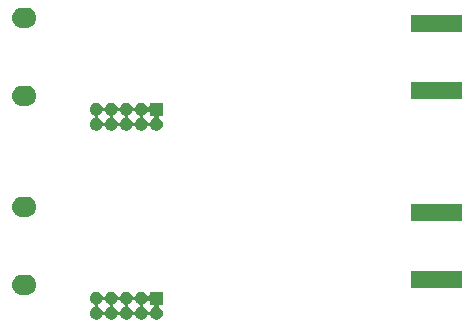
<source format=gbr>
G04 #@! TF.GenerationSoftware,KiCad,Pcbnew,(5.1.5)-3*
G04 #@! TF.CreationDate,2020-05-21T23:45:33+02:00*
G04 #@! TF.ProjectId,STRF_Panel,53545246-5f50-4616-9e65-6c2e6b696361,rev?*
G04 #@! TF.SameCoordinates,Original*
G04 #@! TF.FileFunction,Soldermask,Bot*
G04 #@! TF.FilePolarity,Negative*
%FSLAX46Y46*%
G04 Gerber Fmt 4.6, Leading zero omitted, Abs format (unit mm)*
G04 Created by KiCad (PCBNEW (5.1.5)-3) date 2020-05-21 23:45:33*
%MOMM*%
%LPD*%
G04 APERTURE LIST*
%ADD10C,0.100000*%
G04 APERTURE END LIST*
D10*
G36*
X28950721Y-54400174D02*
G01*
X29050995Y-54441709D01*
X29050996Y-54441710D01*
X29141242Y-54502010D01*
X29217990Y-54578758D01*
X29225518Y-54590025D01*
X29278291Y-54669005D01*
X29309516Y-54744389D01*
X29321067Y-54766000D01*
X29336612Y-54784941D01*
X29355554Y-54800487D01*
X29377165Y-54812038D01*
X29400614Y-54819151D01*
X29425000Y-54821553D01*
X29449386Y-54819151D01*
X29472835Y-54812038D01*
X29494446Y-54800487D01*
X29513387Y-54784942D01*
X29528933Y-54766000D01*
X29540484Y-54744389D01*
X29571709Y-54669005D01*
X29624482Y-54590025D01*
X29632010Y-54578758D01*
X29708758Y-54502010D01*
X29799004Y-54441710D01*
X29799005Y-54441709D01*
X29899279Y-54400174D01*
X30005730Y-54379000D01*
X30114270Y-54379000D01*
X30220721Y-54400174D01*
X30320995Y-54441709D01*
X30320996Y-54441710D01*
X30411242Y-54502010D01*
X30487990Y-54578758D01*
X30495518Y-54590025D01*
X30548291Y-54669005D01*
X30579516Y-54744389D01*
X30591067Y-54766000D01*
X30606612Y-54784941D01*
X30625554Y-54800487D01*
X30647165Y-54812038D01*
X30670614Y-54819151D01*
X30695000Y-54821553D01*
X30719386Y-54819151D01*
X30742835Y-54812038D01*
X30764446Y-54800487D01*
X30783387Y-54784942D01*
X30798933Y-54766000D01*
X30810484Y-54744389D01*
X30841709Y-54669005D01*
X30894482Y-54590025D01*
X30902010Y-54578758D01*
X30978758Y-54502010D01*
X31069004Y-54441710D01*
X31069005Y-54441709D01*
X31169279Y-54400174D01*
X31275730Y-54379000D01*
X31384270Y-54379000D01*
X31490721Y-54400174D01*
X31590995Y-54441709D01*
X31590996Y-54441710D01*
X31681242Y-54502010D01*
X31757990Y-54578758D01*
X31765518Y-54590025D01*
X31818291Y-54669005D01*
X31849516Y-54744389D01*
X31861067Y-54766000D01*
X31876612Y-54784941D01*
X31895554Y-54800487D01*
X31917165Y-54812038D01*
X31940614Y-54819151D01*
X31965000Y-54821553D01*
X31989386Y-54819151D01*
X32012835Y-54812038D01*
X32034446Y-54800487D01*
X32053387Y-54784942D01*
X32068933Y-54766000D01*
X32080484Y-54744389D01*
X32111709Y-54669005D01*
X32164482Y-54590025D01*
X32172010Y-54578758D01*
X32248758Y-54502010D01*
X32339004Y-54441710D01*
X32339005Y-54441709D01*
X32439279Y-54400174D01*
X32545730Y-54379000D01*
X32654270Y-54379000D01*
X32760721Y-54400174D01*
X32860995Y-54441709D01*
X32860996Y-54441710D01*
X32951242Y-54502010D01*
X33027990Y-54578758D01*
X33035518Y-54590025D01*
X33090068Y-54671664D01*
X33105614Y-54690606D01*
X33124556Y-54706151D01*
X33146167Y-54717702D01*
X33169615Y-54724815D01*
X33194002Y-54727217D01*
X33218388Y-54724815D01*
X33241837Y-54717702D01*
X33263447Y-54706151D01*
X33282389Y-54690605D01*
X33297934Y-54671663D01*
X33309485Y-54650052D01*
X33316598Y-54626604D01*
X33319000Y-54602218D01*
X33319000Y-54379000D01*
X34421000Y-54379000D01*
X34421000Y-55481000D01*
X34197782Y-55481000D01*
X34173396Y-55483402D01*
X34149947Y-55490515D01*
X34128336Y-55502066D01*
X34109394Y-55517611D01*
X34093849Y-55536553D01*
X34082298Y-55558164D01*
X34075185Y-55581613D01*
X34072783Y-55605999D01*
X34075185Y-55630385D01*
X34082298Y-55653834D01*
X34093849Y-55675445D01*
X34109394Y-55694387D01*
X34128336Y-55709932D01*
X34189816Y-55751012D01*
X34221242Y-55772010D01*
X34297990Y-55848758D01*
X34297991Y-55848760D01*
X34358291Y-55939005D01*
X34399826Y-56039279D01*
X34421000Y-56145730D01*
X34421000Y-56254270D01*
X34399826Y-56360721D01*
X34358291Y-56460995D01*
X34358290Y-56460996D01*
X34297990Y-56551242D01*
X34221242Y-56627990D01*
X34175812Y-56658345D01*
X34130995Y-56688291D01*
X34030721Y-56729826D01*
X33924270Y-56751000D01*
X33815730Y-56751000D01*
X33709279Y-56729826D01*
X33609005Y-56688291D01*
X33564188Y-56658345D01*
X33518758Y-56627990D01*
X33442010Y-56551242D01*
X33381710Y-56460996D01*
X33381709Y-56460995D01*
X33350484Y-56385611D01*
X33338933Y-56364000D01*
X33323388Y-56345059D01*
X33304446Y-56329513D01*
X33282835Y-56317962D01*
X33259386Y-56310849D01*
X33235000Y-56308447D01*
X33210614Y-56310849D01*
X33187165Y-56317962D01*
X33165554Y-56329513D01*
X33146613Y-56345058D01*
X33131067Y-56364000D01*
X33119516Y-56385611D01*
X33088291Y-56460995D01*
X33088290Y-56460996D01*
X33027990Y-56551242D01*
X32951242Y-56627990D01*
X32905812Y-56658345D01*
X32860995Y-56688291D01*
X32760721Y-56729826D01*
X32654270Y-56751000D01*
X32545730Y-56751000D01*
X32439279Y-56729826D01*
X32339005Y-56688291D01*
X32294188Y-56658345D01*
X32248758Y-56627990D01*
X32172010Y-56551242D01*
X32111710Y-56460996D01*
X32111709Y-56460995D01*
X32080484Y-56385611D01*
X32068933Y-56364000D01*
X32053388Y-56345059D01*
X32034446Y-56329513D01*
X32012835Y-56317962D01*
X31989386Y-56310849D01*
X31965000Y-56308447D01*
X31940614Y-56310849D01*
X31917165Y-56317962D01*
X31895554Y-56329513D01*
X31876613Y-56345058D01*
X31861067Y-56364000D01*
X31849516Y-56385611D01*
X31818291Y-56460995D01*
X31818290Y-56460996D01*
X31757990Y-56551242D01*
X31681242Y-56627990D01*
X31635812Y-56658345D01*
X31590995Y-56688291D01*
X31490721Y-56729826D01*
X31384270Y-56751000D01*
X31275730Y-56751000D01*
X31169279Y-56729826D01*
X31069005Y-56688291D01*
X31024188Y-56658345D01*
X30978758Y-56627990D01*
X30902010Y-56551242D01*
X30841710Y-56460996D01*
X30841709Y-56460995D01*
X30810484Y-56385611D01*
X30798933Y-56364000D01*
X30783388Y-56345059D01*
X30764446Y-56329513D01*
X30742835Y-56317962D01*
X30719386Y-56310849D01*
X30695000Y-56308447D01*
X30670614Y-56310849D01*
X30647165Y-56317962D01*
X30625554Y-56329513D01*
X30606613Y-56345058D01*
X30591067Y-56364000D01*
X30579516Y-56385611D01*
X30548291Y-56460995D01*
X30548290Y-56460996D01*
X30487990Y-56551242D01*
X30411242Y-56627990D01*
X30365812Y-56658345D01*
X30320995Y-56688291D01*
X30220721Y-56729826D01*
X30114270Y-56751000D01*
X30005730Y-56751000D01*
X29899279Y-56729826D01*
X29799005Y-56688291D01*
X29754188Y-56658345D01*
X29708758Y-56627990D01*
X29632010Y-56551242D01*
X29571710Y-56460996D01*
X29571709Y-56460995D01*
X29540484Y-56385611D01*
X29528933Y-56364000D01*
X29513388Y-56345059D01*
X29494446Y-56329513D01*
X29472835Y-56317962D01*
X29449386Y-56310849D01*
X29425000Y-56308447D01*
X29400614Y-56310849D01*
X29377165Y-56317962D01*
X29355554Y-56329513D01*
X29336613Y-56345058D01*
X29321067Y-56364000D01*
X29309516Y-56385611D01*
X29278291Y-56460995D01*
X29278290Y-56460996D01*
X29217990Y-56551242D01*
X29141242Y-56627990D01*
X29095812Y-56658345D01*
X29050995Y-56688291D01*
X28950721Y-56729826D01*
X28844270Y-56751000D01*
X28735730Y-56751000D01*
X28629279Y-56729826D01*
X28529005Y-56688291D01*
X28484188Y-56658345D01*
X28438758Y-56627990D01*
X28362010Y-56551242D01*
X28301710Y-56460996D01*
X28301709Y-56460995D01*
X28260174Y-56360721D01*
X28239000Y-56254270D01*
X28239000Y-56145730D01*
X28260174Y-56039279D01*
X28301709Y-55939005D01*
X28362009Y-55848760D01*
X28362010Y-55848758D01*
X28438758Y-55772010D01*
X28529004Y-55711710D01*
X28529005Y-55711709D01*
X28604389Y-55680484D01*
X28626000Y-55668933D01*
X28644941Y-55653388D01*
X28660487Y-55634446D01*
X28672038Y-55612835D01*
X28679151Y-55589386D01*
X28681553Y-55565000D01*
X28898447Y-55565000D01*
X28900849Y-55589386D01*
X28907962Y-55612835D01*
X28919513Y-55634446D01*
X28935058Y-55653387D01*
X28954000Y-55668933D01*
X28975611Y-55680484D01*
X29050995Y-55711709D01*
X29050996Y-55711710D01*
X29141242Y-55772010D01*
X29217990Y-55848758D01*
X29217991Y-55848760D01*
X29278291Y-55939005D01*
X29309516Y-56014389D01*
X29321067Y-56036000D01*
X29336612Y-56054941D01*
X29355554Y-56070487D01*
X29377165Y-56082038D01*
X29400614Y-56089151D01*
X29425000Y-56091553D01*
X29449386Y-56089151D01*
X29472835Y-56082038D01*
X29494446Y-56070487D01*
X29513387Y-56054942D01*
X29528933Y-56036000D01*
X29540484Y-56014389D01*
X29571709Y-55939005D01*
X29632009Y-55848760D01*
X29632010Y-55848758D01*
X29708758Y-55772010D01*
X29799004Y-55711710D01*
X29799005Y-55711709D01*
X29874389Y-55680484D01*
X29896000Y-55668933D01*
X29914941Y-55653388D01*
X29930487Y-55634446D01*
X29942038Y-55612835D01*
X29949151Y-55589386D01*
X29951553Y-55565000D01*
X30168447Y-55565000D01*
X30170849Y-55589386D01*
X30177962Y-55612835D01*
X30189513Y-55634446D01*
X30205058Y-55653387D01*
X30224000Y-55668933D01*
X30245611Y-55680484D01*
X30320995Y-55711709D01*
X30320996Y-55711710D01*
X30411242Y-55772010D01*
X30487990Y-55848758D01*
X30487991Y-55848760D01*
X30548291Y-55939005D01*
X30579516Y-56014389D01*
X30591067Y-56036000D01*
X30606612Y-56054941D01*
X30625554Y-56070487D01*
X30647165Y-56082038D01*
X30670614Y-56089151D01*
X30695000Y-56091553D01*
X30719386Y-56089151D01*
X30742835Y-56082038D01*
X30764446Y-56070487D01*
X30783387Y-56054942D01*
X30798933Y-56036000D01*
X30810484Y-56014389D01*
X30841709Y-55939005D01*
X30902009Y-55848760D01*
X30902010Y-55848758D01*
X30978758Y-55772010D01*
X31069004Y-55711710D01*
X31069005Y-55711709D01*
X31144389Y-55680484D01*
X31166000Y-55668933D01*
X31184941Y-55653388D01*
X31200487Y-55634446D01*
X31212038Y-55612835D01*
X31219151Y-55589386D01*
X31221553Y-55565000D01*
X31438447Y-55565000D01*
X31440849Y-55589386D01*
X31447962Y-55612835D01*
X31459513Y-55634446D01*
X31475058Y-55653387D01*
X31494000Y-55668933D01*
X31515611Y-55680484D01*
X31590995Y-55711709D01*
X31590996Y-55711710D01*
X31681242Y-55772010D01*
X31757990Y-55848758D01*
X31757991Y-55848760D01*
X31818291Y-55939005D01*
X31849516Y-56014389D01*
X31861067Y-56036000D01*
X31876612Y-56054941D01*
X31895554Y-56070487D01*
X31917165Y-56082038D01*
X31940614Y-56089151D01*
X31965000Y-56091553D01*
X31989386Y-56089151D01*
X32012835Y-56082038D01*
X32034446Y-56070487D01*
X32053387Y-56054942D01*
X32068933Y-56036000D01*
X32080484Y-56014389D01*
X32111709Y-55939005D01*
X32172009Y-55848760D01*
X32172010Y-55848758D01*
X32248758Y-55772010D01*
X32339004Y-55711710D01*
X32339005Y-55711709D01*
X32414389Y-55680484D01*
X32436000Y-55668933D01*
X32454941Y-55653388D01*
X32470487Y-55634446D01*
X32482038Y-55612835D01*
X32489151Y-55589386D01*
X32491553Y-55565000D01*
X32708447Y-55565000D01*
X32710849Y-55589386D01*
X32717962Y-55612835D01*
X32729513Y-55634446D01*
X32745058Y-55653387D01*
X32764000Y-55668933D01*
X32785611Y-55680484D01*
X32860995Y-55711709D01*
X32860996Y-55711710D01*
X32951242Y-55772010D01*
X33027990Y-55848758D01*
X33027991Y-55848760D01*
X33088291Y-55939005D01*
X33119516Y-56014389D01*
X33131067Y-56036000D01*
X33146612Y-56054941D01*
X33165554Y-56070487D01*
X33187165Y-56082038D01*
X33210614Y-56089151D01*
X33235000Y-56091553D01*
X33259386Y-56089151D01*
X33282835Y-56082038D01*
X33304446Y-56070487D01*
X33323387Y-56054942D01*
X33338933Y-56036000D01*
X33350484Y-56014389D01*
X33381709Y-55939005D01*
X33442009Y-55848760D01*
X33442010Y-55848758D01*
X33518758Y-55772010D01*
X33550184Y-55751012D01*
X33611664Y-55709932D01*
X33630606Y-55694386D01*
X33646151Y-55675444D01*
X33657702Y-55653833D01*
X33664815Y-55630385D01*
X33667217Y-55605998D01*
X33664815Y-55581612D01*
X33657702Y-55558163D01*
X33646151Y-55536553D01*
X33630605Y-55517611D01*
X33611663Y-55502066D01*
X33590052Y-55490515D01*
X33566604Y-55483402D01*
X33542218Y-55481000D01*
X33319000Y-55481000D01*
X33319000Y-55257782D01*
X33316598Y-55233396D01*
X33309485Y-55209947D01*
X33297934Y-55188336D01*
X33282389Y-55169394D01*
X33263447Y-55153849D01*
X33241836Y-55142298D01*
X33218387Y-55135185D01*
X33194001Y-55132783D01*
X33169615Y-55135185D01*
X33146166Y-55142298D01*
X33124555Y-55153849D01*
X33105613Y-55169394D01*
X33090068Y-55188336D01*
X33048988Y-55249816D01*
X33027990Y-55281242D01*
X32951242Y-55357990D01*
X32905812Y-55388345D01*
X32860995Y-55418291D01*
X32785611Y-55449516D01*
X32764000Y-55461067D01*
X32745059Y-55476612D01*
X32729513Y-55495554D01*
X32717962Y-55517165D01*
X32710849Y-55540614D01*
X32708447Y-55565000D01*
X32491553Y-55565000D01*
X32489151Y-55540614D01*
X32482038Y-55517165D01*
X32470487Y-55495554D01*
X32454942Y-55476613D01*
X32436000Y-55461067D01*
X32414389Y-55449516D01*
X32339005Y-55418291D01*
X32294188Y-55388345D01*
X32248758Y-55357990D01*
X32172010Y-55281242D01*
X32140041Y-55233396D01*
X32111709Y-55190995D01*
X32080484Y-55115611D01*
X32068933Y-55094000D01*
X32053388Y-55075059D01*
X32034446Y-55059513D01*
X32012835Y-55047962D01*
X31989386Y-55040849D01*
X31965000Y-55038447D01*
X31940614Y-55040849D01*
X31917165Y-55047962D01*
X31895554Y-55059513D01*
X31876613Y-55075058D01*
X31861067Y-55094000D01*
X31849516Y-55115611D01*
X31818291Y-55190995D01*
X31789959Y-55233396D01*
X31757990Y-55281242D01*
X31681242Y-55357990D01*
X31635812Y-55388345D01*
X31590995Y-55418291D01*
X31515611Y-55449516D01*
X31494000Y-55461067D01*
X31475059Y-55476612D01*
X31459513Y-55495554D01*
X31447962Y-55517165D01*
X31440849Y-55540614D01*
X31438447Y-55565000D01*
X31221553Y-55565000D01*
X31219151Y-55540614D01*
X31212038Y-55517165D01*
X31200487Y-55495554D01*
X31184942Y-55476613D01*
X31166000Y-55461067D01*
X31144389Y-55449516D01*
X31069005Y-55418291D01*
X31024188Y-55388345D01*
X30978758Y-55357990D01*
X30902010Y-55281242D01*
X30870041Y-55233396D01*
X30841709Y-55190995D01*
X30810484Y-55115611D01*
X30798933Y-55094000D01*
X30783388Y-55075059D01*
X30764446Y-55059513D01*
X30742835Y-55047962D01*
X30719386Y-55040849D01*
X30695000Y-55038447D01*
X30670614Y-55040849D01*
X30647165Y-55047962D01*
X30625554Y-55059513D01*
X30606613Y-55075058D01*
X30591067Y-55094000D01*
X30579516Y-55115611D01*
X30548291Y-55190995D01*
X30519959Y-55233396D01*
X30487990Y-55281242D01*
X30411242Y-55357990D01*
X30365812Y-55388345D01*
X30320995Y-55418291D01*
X30245611Y-55449516D01*
X30224000Y-55461067D01*
X30205059Y-55476612D01*
X30189513Y-55495554D01*
X30177962Y-55517165D01*
X30170849Y-55540614D01*
X30168447Y-55565000D01*
X29951553Y-55565000D01*
X29949151Y-55540614D01*
X29942038Y-55517165D01*
X29930487Y-55495554D01*
X29914942Y-55476613D01*
X29896000Y-55461067D01*
X29874389Y-55449516D01*
X29799005Y-55418291D01*
X29754188Y-55388345D01*
X29708758Y-55357990D01*
X29632010Y-55281242D01*
X29600041Y-55233396D01*
X29571709Y-55190995D01*
X29540484Y-55115611D01*
X29528933Y-55094000D01*
X29513388Y-55075059D01*
X29494446Y-55059513D01*
X29472835Y-55047962D01*
X29449386Y-55040849D01*
X29425000Y-55038447D01*
X29400614Y-55040849D01*
X29377165Y-55047962D01*
X29355554Y-55059513D01*
X29336613Y-55075058D01*
X29321067Y-55094000D01*
X29309516Y-55115611D01*
X29278291Y-55190995D01*
X29249959Y-55233396D01*
X29217990Y-55281242D01*
X29141242Y-55357990D01*
X29095812Y-55388345D01*
X29050995Y-55418291D01*
X28975611Y-55449516D01*
X28954000Y-55461067D01*
X28935059Y-55476612D01*
X28919513Y-55495554D01*
X28907962Y-55517165D01*
X28900849Y-55540614D01*
X28898447Y-55565000D01*
X28681553Y-55565000D01*
X28679151Y-55540614D01*
X28672038Y-55517165D01*
X28660487Y-55495554D01*
X28644942Y-55476613D01*
X28626000Y-55461067D01*
X28604389Y-55449516D01*
X28529005Y-55418291D01*
X28484188Y-55388345D01*
X28438758Y-55357990D01*
X28362010Y-55281242D01*
X28330041Y-55233396D01*
X28301709Y-55190995D01*
X28260174Y-55090721D01*
X28239000Y-54984270D01*
X28239000Y-54875730D01*
X28260174Y-54769279D01*
X28301709Y-54669005D01*
X28354482Y-54590025D01*
X28362010Y-54578758D01*
X28438758Y-54502010D01*
X28529004Y-54441710D01*
X28529005Y-54441709D01*
X28629279Y-54400174D01*
X28735730Y-54379000D01*
X28844270Y-54379000D01*
X28950721Y-54400174D01*
G37*
G36*
X23016823Y-52961313D02*
G01*
X23177242Y-53009976D01*
X23309906Y-53080886D01*
X23325078Y-53088996D01*
X23454659Y-53195341D01*
X23561004Y-53324922D01*
X23561005Y-53324924D01*
X23640024Y-53472758D01*
X23688687Y-53633177D01*
X23705117Y-53800000D01*
X23688687Y-53966823D01*
X23640024Y-54127242D01*
X23569114Y-54259906D01*
X23561004Y-54275078D01*
X23454659Y-54404659D01*
X23325078Y-54511004D01*
X23325076Y-54511005D01*
X23177242Y-54590024D01*
X23016823Y-54638687D01*
X22891804Y-54651000D01*
X22458196Y-54651000D01*
X22333177Y-54638687D01*
X22172758Y-54590024D01*
X22024924Y-54511005D01*
X22024922Y-54511004D01*
X21895341Y-54404659D01*
X21788996Y-54275078D01*
X21780886Y-54259906D01*
X21709976Y-54127242D01*
X21661313Y-53966823D01*
X21644883Y-53800000D01*
X21661313Y-53633177D01*
X21709976Y-53472758D01*
X21788995Y-53324924D01*
X21788996Y-53324922D01*
X21895341Y-53195341D01*
X22024922Y-53088996D01*
X22040094Y-53080886D01*
X22172758Y-53009976D01*
X22333177Y-52961313D01*
X22458196Y-52949000D01*
X22891804Y-52949000D01*
X23016823Y-52961313D01*
G37*
G36*
X59751000Y-54051000D02*
G01*
X55449000Y-54051000D01*
X55449000Y-52599000D01*
X59751000Y-52599000D01*
X59751000Y-54051000D01*
G37*
G36*
X59751000Y-48401000D02*
G01*
X55449000Y-48401000D01*
X55449000Y-46949000D01*
X59751000Y-46949000D01*
X59751000Y-48401000D01*
G37*
G36*
X23016823Y-46361313D02*
G01*
X23177242Y-46409976D01*
X23309906Y-46480886D01*
X23325078Y-46488996D01*
X23454659Y-46595341D01*
X23561004Y-46724922D01*
X23561005Y-46724924D01*
X23640024Y-46872758D01*
X23688687Y-47033177D01*
X23705117Y-47200000D01*
X23688687Y-47366823D01*
X23640024Y-47527242D01*
X23569114Y-47659906D01*
X23561004Y-47675078D01*
X23454659Y-47804659D01*
X23325078Y-47911004D01*
X23325076Y-47911005D01*
X23177242Y-47990024D01*
X23016823Y-48038687D01*
X22891804Y-48051000D01*
X22458196Y-48051000D01*
X22333177Y-48038687D01*
X22172758Y-47990024D01*
X22024924Y-47911005D01*
X22024922Y-47911004D01*
X21895341Y-47804659D01*
X21788996Y-47675078D01*
X21780886Y-47659906D01*
X21709976Y-47527242D01*
X21661313Y-47366823D01*
X21644883Y-47200000D01*
X21661313Y-47033177D01*
X21709976Y-46872758D01*
X21788995Y-46724924D01*
X21788996Y-46724922D01*
X21895341Y-46595341D01*
X22024922Y-46488996D01*
X22040094Y-46480886D01*
X22172758Y-46409976D01*
X22333177Y-46361313D01*
X22458196Y-46349000D01*
X22891804Y-46349000D01*
X23016823Y-46361313D01*
G37*
G36*
X28950721Y-38400174D02*
G01*
X29050995Y-38441709D01*
X29050996Y-38441710D01*
X29141242Y-38502010D01*
X29217990Y-38578758D01*
X29225518Y-38590025D01*
X29278291Y-38669005D01*
X29309516Y-38744389D01*
X29321067Y-38766000D01*
X29336612Y-38784941D01*
X29355554Y-38800487D01*
X29377165Y-38812038D01*
X29400614Y-38819151D01*
X29425000Y-38821553D01*
X29449386Y-38819151D01*
X29472835Y-38812038D01*
X29494446Y-38800487D01*
X29513387Y-38784942D01*
X29528933Y-38766000D01*
X29540484Y-38744389D01*
X29571709Y-38669005D01*
X29624482Y-38590025D01*
X29632010Y-38578758D01*
X29708758Y-38502010D01*
X29799004Y-38441710D01*
X29799005Y-38441709D01*
X29899279Y-38400174D01*
X30005730Y-38379000D01*
X30114270Y-38379000D01*
X30220721Y-38400174D01*
X30320995Y-38441709D01*
X30320996Y-38441710D01*
X30411242Y-38502010D01*
X30487990Y-38578758D01*
X30495518Y-38590025D01*
X30548291Y-38669005D01*
X30579516Y-38744389D01*
X30591067Y-38766000D01*
X30606612Y-38784941D01*
X30625554Y-38800487D01*
X30647165Y-38812038D01*
X30670614Y-38819151D01*
X30695000Y-38821553D01*
X30719386Y-38819151D01*
X30742835Y-38812038D01*
X30764446Y-38800487D01*
X30783387Y-38784942D01*
X30798933Y-38766000D01*
X30810484Y-38744389D01*
X30841709Y-38669005D01*
X30894482Y-38590025D01*
X30902010Y-38578758D01*
X30978758Y-38502010D01*
X31069004Y-38441710D01*
X31069005Y-38441709D01*
X31169279Y-38400174D01*
X31275730Y-38379000D01*
X31384270Y-38379000D01*
X31490721Y-38400174D01*
X31590995Y-38441709D01*
X31590996Y-38441710D01*
X31681242Y-38502010D01*
X31757990Y-38578758D01*
X31765518Y-38590025D01*
X31818291Y-38669005D01*
X31849516Y-38744389D01*
X31861067Y-38766000D01*
X31876612Y-38784941D01*
X31895554Y-38800487D01*
X31917165Y-38812038D01*
X31940614Y-38819151D01*
X31965000Y-38821553D01*
X31989386Y-38819151D01*
X32012835Y-38812038D01*
X32034446Y-38800487D01*
X32053387Y-38784942D01*
X32068933Y-38766000D01*
X32080484Y-38744389D01*
X32111709Y-38669005D01*
X32164482Y-38590025D01*
X32172010Y-38578758D01*
X32248758Y-38502010D01*
X32339004Y-38441710D01*
X32339005Y-38441709D01*
X32439279Y-38400174D01*
X32545730Y-38379000D01*
X32654270Y-38379000D01*
X32760721Y-38400174D01*
X32860995Y-38441709D01*
X32860996Y-38441710D01*
X32951242Y-38502010D01*
X33027990Y-38578758D01*
X33035518Y-38590025D01*
X33090068Y-38671664D01*
X33105614Y-38690606D01*
X33124556Y-38706151D01*
X33146167Y-38717702D01*
X33169615Y-38724815D01*
X33194002Y-38727217D01*
X33218388Y-38724815D01*
X33241837Y-38717702D01*
X33263447Y-38706151D01*
X33282389Y-38690605D01*
X33297934Y-38671663D01*
X33309485Y-38650052D01*
X33316598Y-38626604D01*
X33319000Y-38602218D01*
X33319000Y-38379000D01*
X34421000Y-38379000D01*
X34421000Y-39481000D01*
X34197782Y-39481000D01*
X34173396Y-39483402D01*
X34149947Y-39490515D01*
X34128336Y-39502066D01*
X34109394Y-39517611D01*
X34093849Y-39536553D01*
X34082298Y-39558164D01*
X34075185Y-39581613D01*
X34072783Y-39605999D01*
X34075185Y-39630385D01*
X34082298Y-39653834D01*
X34093849Y-39675445D01*
X34109394Y-39694387D01*
X34128336Y-39709932D01*
X34189816Y-39751012D01*
X34221242Y-39772010D01*
X34297990Y-39848758D01*
X34297991Y-39848760D01*
X34358291Y-39939005D01*
X34399826Y-40039279D01*
X34421000Y-40145730D01*
X34421000Y-40254270D01*
X34399826Y-40360721D01*
X34358291Y-40460995D01*
X34358290Y-40460996D01*
X34297990Y-40551242D01*
X34221242Y-40627990D01*
X34175812Y-40658345D01*
X34130995Y-40688291D01*
X34030721Y-40729826D01*
X33924270Y-40751000D01*
X33815730Y-40751000D01*
X33709279Y-40729826D01*
X33609005Y-40688291D01*
X33564188Y-40658345D01*
X33518758Y-40627990D01*
X33442010Y-40551242D01*
X33381710Y-40460996D01*
X33381709Y-40460995D01*
X33350484Y-40385611D01*
X33338933Y-40364000D01*
X33323388Y-40345059D01*
X33304446Y-40329513D01*
X33282835Y-40317962D01*
X33259386Y-40310849D01*
X33235000Y-40308447D01*
X33210614Y-40310849D01*
X33187165Y-40317962D01*
X33165554Y-40329513D01*
X33146613Y-40345058D01*
X33131067Y-40364000D01*
X33119516Y-40385611D01*
X33088291Y-40460995D01*
X33088290Y-40460996D01*
X33027990Y-40551242D01*
X32951242Y-40627990D01*
X32905812Y-40658345D01*
X32860995Y-40688291D01*
X32760721Y-40729826D01*
X32654270Y-40751000D01*
X32545730Y-40751000D01*
X32439279Y-40729826D01*
X32339005Y-40688291D01*
X32294188Y-40658345D01*
X32248758Y-40627990D01*
X32172010Y-40551242D01*
X32111710Y-40460996D01*
X32111709Y-40460995D01*
X32080484Y-40385611D01*
X32068933Y-40364000D01*
X32053388Y-40345059D01*
X32034446Y-40329513D01*
X32012835Y-40317962D01*
X31989386Y-40310849D01*
X31965000Y-40308447D01*
X31940614Y-40310849D01*
X31917165Y-40317962D01*
X31895554Y-40329513D01*
X31876613Y-40345058D01*
X31861067Y-40364000D01*
X31849516Y-40385611D01*
X31818291Y-40460995D01*
X31818290Y-40460996D01*
X31757990Y-40551242D01*
X31681242Y-40627990D01*
X31635812Y-40658345D01*
X31590995Y-40688291D01*
X31490721Y-40729826D01*
X31384270Y-40751000D01*
X31275730Y-40751000D01*
X31169279Y-40729826D01*
X31069005Y-40688291D01*
X31024188Y-40658345D01*
X30978758Y-40627990D01*
X30902010Y-40551242D01*
X30841710Y-40460996D01*
X30841709Y-40460995D01*
X30810484Y-40385611D01*
X30798933Y-40364000D01*
X30783388Y-40345059D01*
X30764446Y-40329513D01*
X30742835Y-40317962D01*
X30719386Y-40310849D01*
X30695000Y-40308447D01*
X30670614Y-40310849D01*
X30647165Y-40317962D01*
X30625554Y-40329513D01*
X30606613Y-40345058D01*
X30591067Y-40364000D01*
X30579516Y-40385611D01*
X30548291Y-40460995D01*
X30548290Y-40460996D01*
X30487990Y-40551242D01*
X30411242Y-40627990D01*
X30365812Y-40658345D01*
X30320995Y-40688291D01*
X30220721Y-40729826D01*
X30114270Y-40751000D01*
X30005730Y-40751000D01*
X29899279Y-40729826D01*
X29799005Y-40688291D01*
X29754188Y-40658345D01*
X29708758Y-40627990D01*
X29632010Y-40551242D01*
X29571710Y-40460996D01*
X29571709Y-40460995D01*
X29540484Y-40385611D01*
X29528933Y-40364000D01*
X29513388Y-40345059D01*
X29494446Y-40329513D01*
X29472835Y-40317962D01*
X29449386Y-40310849D01*
X29425000Y-40308447D01*
X29400614Y-40310849D01*
X29377165Y-40317962D01*
X29355554Y-40329513D01*
X29336613Y-40345058D01*
X29321067Y-40364000D01*
X29309516Y-40385611D01*
X29278291Y-40460995D01*
X29278290Y-40460996D01*
X29217990Y-40551242D01*
X29141242Y-40627990D01*
X29095812Y-40658345D01*
X29050995Y-40688291D01*
X28950721Y-40729826D01*
X28844270Y-40751000D01*
X28735730Y-40751000D01*
X28629279Y-40729826D01*
X28529005Y-40688291D01*
X28484188Y-40658345D01*
X28438758Y-40627990D01*
X28362010Y-40551242D01*
X28301710Y-40460996D01*
X28301709Y-40460995D01*
X28260174Y-40360721D01*
X28239000Y-40254270D01*
X28239000Y-40145730D01*
X28260174Y-40039279D01*
X28301709Y-39939005D01*
X28362009Y-39848760D01*
X28362010Y-39848758D01*
X28438758Y-39772010D01*
X28529004Y-39711710D01*
X28529005Y-39711709D01*
X28604389Y-39680484D01*
X28626000Y-39668933D01*
X28644941Y-39653388D01*
X28660487Y-39634446D01*
X28672038Y-39612835D01*
X28679151Y-39589386D01*
X28681553Y-39565000D01*
X28898447Y-39565000D01*
X28900849Y-39589386D01*
X28907962Y-39612835D01*
X28919513Y-39634446D01*
X28935058Y-39653387D01*
X28954000Y-39668933D01*
X28975611Y-39680484D01*
X29050995Y-39711709D01*
X29050996Y-39711710D01*
X29141242Y-39772010D01*
X29217990Y-39848758D01*
X29217991Y-39848760D01*
X29278291Y-39939005D01*
X29309516Y-40014389D01*
X29321067Y-40036000D01*
X29336612Y-40054941D01*
X29355554Y-40070487D01*
X29377165Y-40082038D01*
X29400614Y-40089151D01*
X29425000Y-40091553D01*
X29449386Y-40089151D01*
X29472835Y-40082038D01*
X29494446Y-40070487D01*
X29513387Y-40054942D01*
X29528933Y-40036000D01*
X29540484Y-40014389D01*
X29571709Y-39939005D01*
X29632009Y-39848760D01*
X29632010Y-39848758D01*
X29708758Y-39772010D01*
X29799004Y-39711710D01*
X29799005Y-39711709D01*
X29874389Y-39680484D01*
X29896000Y-39668933D01*
X29914941Y-39653388D01*
X29930487Y-39634446D01*
X29942038Y-39612835D01*
X29949151Y-39589386D01*
X29951553Y-39565000D01*
X30168447Y-39565000D01*
X30170849Y-39589386D01*
X30177962Y-39612835D01*
X30189513Y-39634446D01*
X30205058Y-39653387D01*
X30224000Y-39668933D01*
X30245611Y-39680484D01*
X30320995Y-39711709D01*
X30320996Y-39711710D01*
X30411242Y-39772010D01*
X30487990Y-39848758D01*
X30487991Y-39848760D01*
X30548291Y-39939005D01*
X30579516Y-40014389D01*
X30591067Y-40036000D01*
X30606612Y-40054941D01*
X30625554Y-40070487D01*
X30647165Y-40082038D01*
X30670614Y-40089151D01*
X30695000Y-40091553D01*
X30719386Y-40089151D01*
X30742835Y-40082038D01*
X30764446Y-40070487D01*
X30783387Y-40054942D01*
X30798933Y-40036000D01*
X30810484Y-40014389D01*
X30841709Y-39939005D01*
X30902009Y-39848760D01*
X30902010Y-39848758D01*
X30978758Y-39772010D01*
X31069004Y-39711710D01*
X31069005Y-39711709D01*
X31144389Y-39680484D01*
X31166000Y-39668933D01*
X31184941Y-39653388D01*
X31200487Y-39634446D01*
X31212038Y-39612835D01*
X31219151Y-39589386D01*
X31221553Y-39565000D01*
X31438447Y-39565000D01*
X31440849Y-39589386D01*
X31447962Y-39612835D01*
X31459513Y-39634446D01*
X31475058Y-39653387D01*
X31494000Y-39668933D01*
X31515611Y-39680484D01*
X31590995Y-39711709D01*
X31590996Y-39711710D01*
X31681242Y-39772010D01*
X31757990Y-39848758D01*
X31757991Y-39848760D01*
X31818291Y-39939005D01*
X31849516Y-40014389D01*
X31861067Y-40036000D01*
X31876612Y-40054941D01*
X31895554Y-40070487D01*
X31917165Y-40082038D01*
X31940614Y-40089151D01*
X31965000Y-40091553D01*
X31989386Y-40089151D01*
X32012835Y-40082038D01*
X32034446Y-40070487D01*
X32053387Y-40054942D01*
X32068933Y-40036000D01*
X32080484Y-40014389D01*
X32111709Y-39939005D01*
X32172009Y-39848760D01*
X32172010Y-39848758D01*
X32248758Y-39772010D01*
X32339004Y-39711710D01*
X32339005Y-39711709D01*
X32414389Y-39680484D01*
X32436000Y-39668933D01*
X32454941Y-39653388D01*
X32470487Y-39634446D01*
X32482038Y-39612835D01*
X32489151Y-39589386D01*
X32491553Y-39565000D01*
X32708447Y-39565000D01*
X32710849Y-39589386D01*
X32717962Y-39612835D01*
X32729513Y-39634446D01*
X32745058Y-39653387D01*
X32764000Y-39668933D01*
X32785611Y-39680484D01*
X32860995Y-39711709D01*
X32860996Y-39711710D01*
X32951242Y-39772010D01*
X33027990Y-39848758D01*
X33027991Y-39848760D01*
X33088291Y-39939005D01*
X33119516Y-40014389D01*
X33131067Y-40036000D01*
X33146612Y-40054941D01*
X33165554Y-40070487D01*
X33187165Y-40082038D01*
X33210614Y-40089151D01*
X33235000Y-40091553D01*
X33259386Y-40089151D01*
X33282835Y-40082038D01*
X33304446Y-40070487D01*
X33323387Y-40054942D01*
X33338933Y-40036000D01*
X33350484Y-40014389D01*
X33381709Y-39939005D01*
X33442009Y-39848760D01*
X33442010Y-39848758D01*
X33518758Y-39772010D01*
X33550184Y-39751012D01*
X33611664Y-39709932D01*
X33630606Y-39694386D01*
X33646151Y-39675444D01*
X33657702Y-39653833D01*
X33664815Y-39630385D01*
X33667217Y-39605998D01*
X33664815Y-39581612D01*
X33657702Y-39558163D01*
X33646151Y-39536553D01*
X33630605Y-39517611D01*
X33611663Y-39502066D01*
X33590052Y-39490515D01*
X33566604Y-39483402D01*
X33542218Y-39481000D01*
X33319000Y-39481000D01*
X33319000Y-39257782D01*
X33316598Y-39233396D01*
X33309485Y-39209947D01*
X33297934Y-39188336D01*
X33282389Y-39169394D01*
X33263447Y-39153849D01*
X33241836Y-39142298D01*
X33218387Y-39135185D01*
X33194001Y-39132783D01*
X33169615Y-39135185D01*
X33146166Y-39142298D01*
X33124555Y-39153849D01*
X33105613Y-39169394D01*
X33090068Y-39188336D01*
X33048988Y-39249816D01*
X33027990Y-39281242D01*
X32951242Y-39357990D01*
X32905812Y-39388345D01*
X32860995Y-39418291D01*
X32785611Y-39449516D01*
X32764000Y-39461067D01*
X32745059Y-39476612D01*
X32729513Y-39495554D01*
X32717962Y-39517165D01*
X32710849Y-39540614D01*
X32708447Y-39565000D01*
X32491553Y-39565000D01*
X32489151Y-39540614D01*
X32482038Y-39517165D01*
X32470487Y-39495554D01*
X32454942Y-39476613D01*
X32436000Y-39461067D01*
X32414389Y-39449516D01*
X32339005Y-39418291D01*
X32294188Y-39388345D01*
X32248758Y-39357990D01*
X32172010Y-39281242D01*
X32140041Y-39233396D01*
X32111709Y-39190995D01*
X32080484Y-39115611D01*
X32068933Y-39094000D01*
X32053388Y-39075059D01*
X32034446Y-39059513D01*
X32012835Y-39047962D01*
X31989386Y-39040849D01*
X31965000Y-39038447D01*
X31940614Y-39040849D01*
X31917165Y-39047962D01*
X31895554Y-39059513D01*
X31876613Y-39075058D01*
X31861067Y-39094000D01*
X31849516Y-39115611D01*
X31818291Y-39190995D01*
X31789959Y-39233396D01*
X31757990Y-39281242D01*
X31681242Y-39357990D01*
X31635812Y-39388345D01*
X31590995Y-39418291D01*
X31515611Y-39449516D01*
X31494000Y-39461067D01*
X31475059Y-39476612D01*
X31459513Y-39495554D01*
X31447962Y-39517165D01*
X31440849Y-39540614D01*
X31438447Y-39565000D01*
X31221553Y-39565000D01*
X31219151Y-39540614D01*
X31212038Y-39517165D01*
X31200487Y-39495554D01*
X31184942Y-39476613D01*
X31166000Y-39461067D01*
X31144389Y-39449516D01*
X31069005Y-39418291D01*
X31024188Y-39388345D01*
X30978758Y-39357990D01*
X30902010Y-39281242D01*
X30870041Y-39233396D01*
X30841709Y-39190995D01*
X30810484Y-39115611D01*
X30798933Y-39094000D01*
X30783388Y-39075059D01*
X30764446Y-39059513D01*
X30742835Y-39047962D01*
X30719386Y-39040849D01*
X30695000Y-39038447D01*
X30670614Y-39040849D01*
X30647165Y-39047962D01*
X30625554Y-39059513D01*
X30606613Y-39075058D01*
X30591067Y-39094000D01*
X30579516Y-39115611D01*
X30548291Y-39190995D01*
X30519959Y-39233396D01*
X30487990Y-39281242D01*
X30411242Y-39357990D01*
X30365812Y-39388345D01*
X30320995Y-39418291D01*
X30245611Y-39449516D01*
X30224000Y-39461067D01*
X30205059Y-39476612D01*
X30189513Y-39495554D01*
X30177962Y-39517165D01*
X30170849Y-39540614D01*
X30168447Y-39565000D01*
X29951553Y-39565000D01*
X29949151Y-39540614D01*
X29942038Y-39517165D01*
X29930487Y-39495554D01*
X29914942Y-39476613D01*
X29896000Y-39461067D01*
X29874389Y-39449516D01*
X29799005Y-39418291D01*
X29754188Y-39388345D01*
X29708758Y-39357990D01*
X29632010Y-39281242D01*
X29600041Y-39233396D01*
X29571709Y-39190995D01*
X29540484Y-39115611D01*
X29528933Y-39094000D01*
X29513388Y-39075059D01*
X29494446Y-39059513D01*
X29472835Y-39047962D01*
X29449386Y-39040849D01*
X29425000Y-39038447D01*
X29400614Y-39040849D01*
X29377165Y-39047962D01*
X29355554Y-39059513D01*
X29336613Y-39075058D01*
X29321067Y-39094000D01*
X29309516Y-39115611D01*
X29278291Y-39190995D01*
X29249959Y-39233396D01*
X29217990Y-39281242D01*
X29141242Y-39357990D01*
X29095812Y-39388345D01*
X29050995Y-39418291D01*
X28975611Y-39449516D01*
X28954000Y-39461067D01*
X28935059Y-39476612D01*
X28919513Y-39495554D01*
X28907962Y-39517165D01*
X28900849Y-39540614D01*
X28898447Y-39565000D01*
X28681553Y-39565000D01*
X28679151Y-39540614D01*
X28672038Y-39517165D01*
X28660487Y-39495554D01*
X28644942Y-39476613D01*
X28626000Y-39461067D01*
X28604389Y-39449516D01*
X28529005Y-39418291D01*
X28484188Y-39388345D01*
X28438758Y-39357990D01*
X28362010Y-39281242D01*
X28330041Y-39233396D01*
X28301709Y-39190995D01*
X28260174Y-39090721D01*
X28239000Y-38984270D01*
X28239000Y-38875730D01*
X28260174Y-38769279D01*
X28301709Y-38669005D01*
X28354482Y-38590025D01*
X28362010Y-38578758D01*
X28438758Y-38502010D01*
X28529004Y-38441710D01*
X28529005Y-38441709D01*
X28629279Y-38400174D01*
X28735730Y-38379000D01*
X28844270Y-38379000D01*
X28950721Y-38400174D01*
G37*
G36*
X23016823Y-36961313D02*
G01*
X23177242Y-37009976D01*
X23309906Y-37080886D01*
X23325078Y-37088996D01*
X23454659Y-37195341D01*
X23561004Y-37324922D01*
X23561005Y-37324924D01*
X23640024Y-37472758D01*
X23688687Y-37633177D01*
X23705117Y-37800000D01*
X23688687Y-37966823D01*
X23640024Y-38127242D01*
X23569114Y-38259906D01*
X23561004Y-38275078D01*
X23454659Y-38404659D01*
X23325078Y-38511004D01*
X23325076Y-38511005D01*
X23177242Y-38590024D01*
X23016823Y-38638687D01*
X22891804Y-38651000D01*
X22458196Y-38651000D01*
X22333177Y-38638687D01*
X22172758Y-38590024D01*
X22024924Y-38511005D01*
X22024922Y-38511004D01*
X21895341Y-38404659D01*
X21788996Y-38275078D01*
X21780886Y-38259906D01*
X21709976Y-38127242D01*
X21661313Y-37966823D01*
X21644883Y-37800000D01*
X21661313Y-37633177D01*
X21709976Y-37472758D01*
X21788995Y-37324924D01*
X21788996Y-37324922D01*
X21895341Y-37195341D01*
X22024922Y-37088996D01*
X22040094Y-37080886D01*
X22172758Y-37009976D01*
X22333177Y-36961313D01*
X22458196Y-36949000D01*
X22891804Y-36949000D01*
X23016823Y-36961313D01*
G37*
G36*
X59751000Y-38051000D02*
G01*
X55449000Y-38051000D01*
X55449000Y-36599000D01*
X59751000Y-36599000D01*
X59751000Y-38051000D01*
G37*
G36*
X59751000Y-32401000D02*
G01*
X55449000Y-32401000D01*
X55449000Y-30949000D01*
X59751000Y-30949000D01*
X59751000Y-32401000D01*
G37*
G36*
X23016823Y-30361313D02*
G01*
X23177242Y-30409976D01*
X23309906Y-30480886D01*
X23325078Y-30488996D01*
X23454659Y-30595341D01*
X23561004Y-30724922D01*
X23561005Y-30724924D01*
X23640024Y-30872758D01*
X23688687Y-31033177D01*
X23705117Y-31200000D01*
X23688687Y-31366823D01*
X23640024Y-31527242D01*
X23569114Y-31659906D01*
X23561004Y-31675078D01*
X23454659Y-31804659D01*
X23325078Y-31911004D01*
X23325076Y-31911005D01*
X23177242Y-31990024D01*
X23016823Y-32038687D01*
X22891804Y-32051000D01*
X22458196Y-32051000D01*
X22333177Y-32038687D01*
X22172758Y-31990024D01*
X22024924Y-31911005D01*
X22024922Y-31911004D01*
X21895341Y-31804659D01*
X21788996Y-31675078D01*
X21780886Y-31659906D01*
X21709976Y-31527242D01*
X21661313Y-31366823D01*
X21644883Y-31200000D01*
X21661313Y-31033177D01*
X21709976Y-30872758D01*
X21788995Y-30724924D01*
X21788996Y-30724922D01*
X21895341Y-30595341D01*
X22024922Y-30488996D01*
X22040094Y-30480886D01*
X22172758Y-30409976D01*
X22333177Y-30361313D01*
X22458196Y-30349000D01*
X22891804Y-30349000D01*
X23016823Y-30361313D01*
G37*
M02*

</source>
